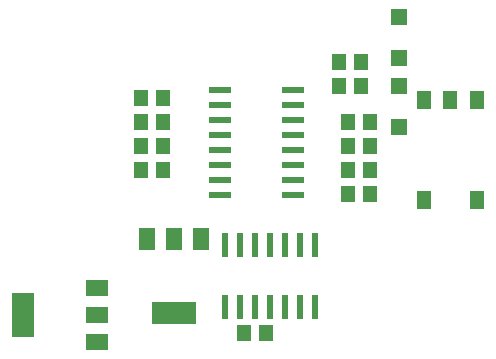
<source format=gtp>
G75*
G70*
%OFA0B0*%
%FSLAX24Y24*%
%IPPOS*%
%LPD*%
%AMOC8*
5,1,8,0,0,1.08239X$1,22.5*
%
%ADD10R,0.0200X0.0830*%
%ADD11R,0.0760X0.0220*%
%ADD12R,0.0472X0.0551*%
%ADD13R,0.0551X0.0747*%
%ADD14R,0.1456X0.0747*%
%ADD15R,0.0511X0.0590*%
%ADD16R,0.0747X0.0551*%
%ADD17R,0.0747X0.1456*%
%ADD18R,0.0551X0.0551*%
D10*
X010879Y003697D03*
X011379Y003697D03*
X011879Y003697D03*
X012379Y003697D03*
X012879Y003697D03*
X013379Y003697D03*
X013879Y003697D03*
X013879Y005747D03*
X013379Y005747D03*
X012879Y005747D03*
X012379Y005747D03*
X011879Y005747D03*
X011379Y005747D03*
X010879Y005747D03*
D11*
X010719Y007422D03*
X010719Y007922D03*
X010719Y008422D03*
X010719Y008922D03*
X010719Y009422D03*
X010719Y009922D03*
X010719Y010422D03*
X010719Y010922D03*
X013139Y010922D03*
X013139Y010422D03*
X013139Y009922D03*
X013139Y009422D03*
X013139Y008922D03*
X013139Y008422D03*
X013139Y007922D03*
X013139Y007422D03*
D12*
X014955Y007472D03*
X015703Y007472D03*
X015703Y008272D03*
X014955Y008272D03*
X014955Y009072D03*
X015703Y009072D03*
X015703Y009872D03*
X014955Y009872D03*
X014655Y011072D03*
X014655Y011872D03*
X015403Y011872D03*
X015403Y011072D03*
X008803Y010672D03*
X008055Y010672D03*
X008055Y009872D03*
X008803Y009872D03*
X008803Y009072D03*
X008803Y008272D03*
X008055Y008272D03*
X008055Y009072D03*
X011505Y002822D03*
X012253Y002822D03*
D13*
X010084Y005962D03*
X009179Y005962D03*
X008273Y005962D03*
D14*
X009179Y003482D03*
D15*
X017493Y007268D03*
X019265Y007268D03*
X019265Y010575D03*
X018379Y010575D03*
X017493Y010575D03*
D16*
X006619Y004327D03*
X006619Y003422D03*
X006619Y002516D03*
D17*
X004139Y003422D03*
D18*
X016679Y009683D03*
X016679Y011061D03*
X016679Y011983D03*
X016679Y013361D03*
M02*

</source>
